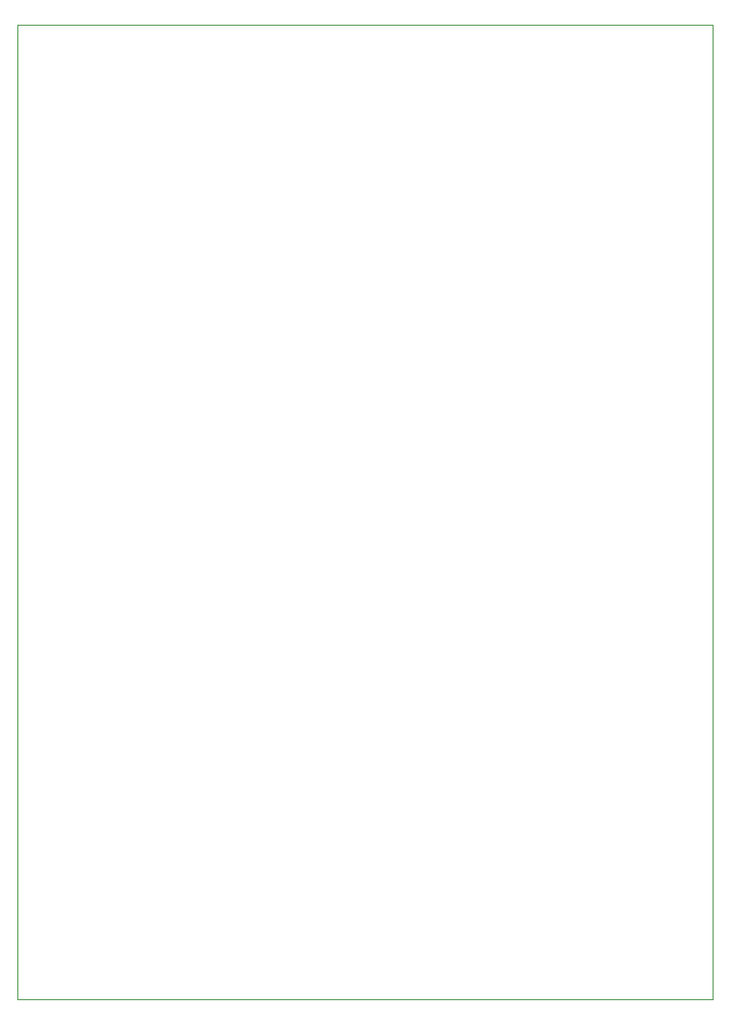
<source format=gbr>
%TF.GenerationSoftware,KiCad,Pcbnew,9.0.4*%
%TF.CreationDate,2025-09-29T19:16:59+01:00*%
%TF.ProjectId,ay-zonic-core,61792d7a-6f6e-4696-932d-636f72652e6b,2.0*%
%TF.SameCoordinates,Original*%
%TF.FileFunction,Profile,NP*%
%FSLAX46Y46*%
G04 Gerber Fmt 4.6, Leading zero omitted, Abs format (unit mm)*
G04 Created by KiCad (PCBNEW 9.0.4) date 2025-09-29 19:16:59*
%MOMM*%
%LPD*%
G01*
G04 APERTURE LIST*
%TA.AperFunction,Profile*%
%ADD10C,0.050000*%
%TD*%
G04 APERTURE END LIST*
D10*
X62992000Y-41021000D02*
X127254000Y-41021000D01*
X127254000Y-131064000D01*
X62992000Y-131064000D01*
X62992000Y-41021000D01*
M02*

</source>
